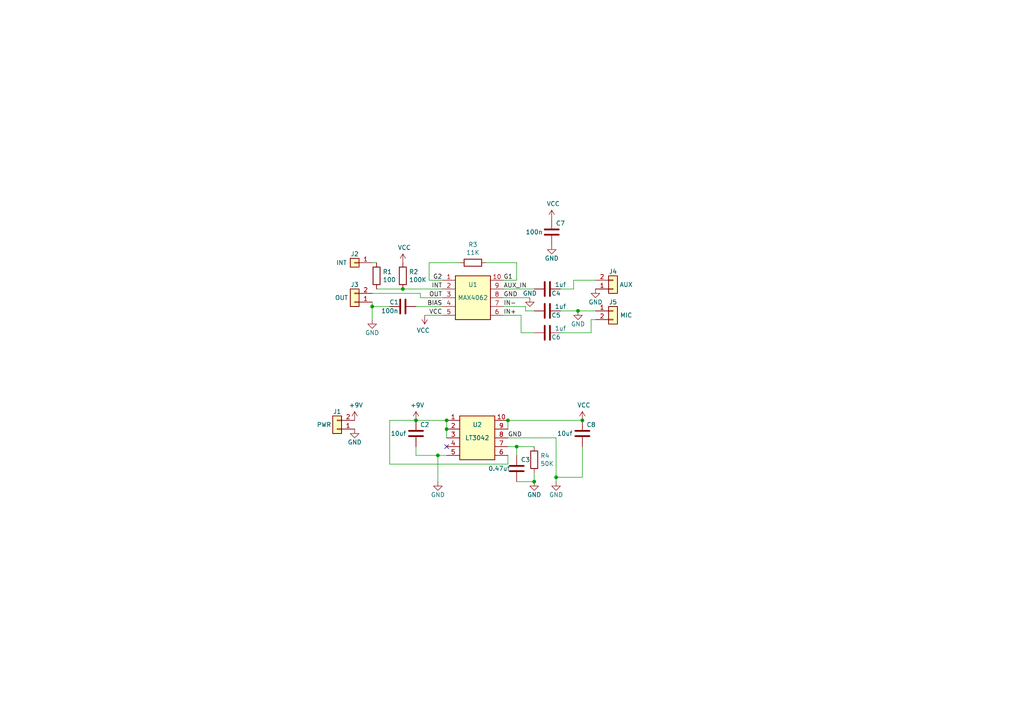
<source format=kicad_sch>
(kicad_sch (version 20230121) (generator eeschema)
  (paper "A4")
  (lib_symbols
    (symbol "Connector_Generic:Conn_01x01" (pin_names (offset 1.016) hide)
      (property "Reference" "J" (at 0 2.54 0))
      (property "Value" "Conn_01x01" (at 0 -2.54 0))
      (symbol "Conn_01x01_1_1"
        (rectangle (start -1.27 0.127) (end 0 -0.127) (stroke (width 0.1524)))
        (rectangle (start -1.27 1.27) (end 1.27 -1.27) (stroke (width 0.254)) (fill (type background)))
        (pin passive line (at -5.08 0 0) (length 3.81) (name "Pin_1") (number "1"))
      )
    )
    (symbol "Connector_Generic:Conn_01x02" (pin_names (offset 1.016) hide)
      (property "Reference" "J" (at 0 2.54 0))
      (property "Value" "Conn_01x02" (at 0 -5.08 0))
      (symbol "Conn_01x02_1_1"
        (rectangle (start -1.27 -2.413) (end 0 -2.667) (stroke (width 0.1524)))
        (rectangle (start -1.27 0.127) (end 0 -0.127) (stroke (width 0.1524)))
        (rectangle (start -1.27 1.27) (end 1.27 -3.81) (stroke (width 0.254)) (fill (type background)))
        (pin passive line (at -5.08 0 0) (length 3.81) (name "Pin_1") (number "1"))
        (pin passive line (at -5.08 -2.54 0) (length 3.81) (name "Pin_2") (number "2"))
      )
    )
    (symbol "Device:C" (pin_numbers hide) (pin_names (offset 0.254))
      (property "Reference" "C" (at 0.635 2.54 0))
      (property "Value" "C" (at 0.635 -2.54 0))
      (symbol "C_0_1"
        (polyline (pts (xy -2.032 -0.762) (xy 2.032 -0.762)) (stroke (width 0.508)))
        (polyline (pts (xy -2.032 0.762) (xy 2.032 0.762)) (stroke (width 0.508)))
      )
      (symbol "C_1_1"
        (pin passive line (at 0 3.81 270) (length 2.794) (name "~") (number "1"))
        (pin passive line (at 0 -3.81 90) (length 2.794) (name "~") (number "2"))
      )
    )
    (symbol "Device:R" (pin_numbers hide) (pin_names (offset 0))
      (property "Reference" "R" (at 2.032 0 90))
      (property "Value" "R" (at 0 0 90))
      (symbol "R_0_1"
        (rectangle (start -1.016 -2.54) (end 1.016 2.54) (stroke (width 0.254)))
      )
      (symbol "R_1_1"
        (pin passive line (at 0 3.81 270) (length 1.27) (name "~") (number "1"))
        (pin passive line (at 0 -3.81 90) (length 1.27) (name "~") (number "2"))
      )
    )
    (symbol "MicPreamp-rescue:IC10-IC_Generic"
      (property "Reference" "U" (at -5.08 7.62 0))
      (property "Value" "IC_Generic:IC10" (at -5.08 -7.62 0))
      (symbol "IC10-IC_Generic_1_1"
        (rectangle (start -5.08 6.35) (end 5.08 -6.35) (stroke (width 0.254)) (fill (type background)))
        (pin passive line (at -8.89 5.08 0) (length 3.81) (name "~") (number "1"))
        (pin passive line (at 8.89 5.08 180) (length 3.81) (name "~") (number "10"))
        (pin passive line (at -8.89 2.54 0) (length 3.81) (name "~") (number "2"))
        (pin passive line (at -8.89 0 0) (length 3.81) (name "~") (number "3"))
        (pin passive line (at -8.89 -2.54 0) (length 3.81) (name "~") (number "4"))
        (pin passive line (at -8.89 -5.08 0) (length 3.81) (name "~") (number "5"))
        (pin passive line (at 8.89 -5.08 180) (length 3.81) (name "~") (number "6"))
        (pin passive line (at 8.89 -2.54 180) (length 3.81) (name "~") (number "7"))
        (pin passive line (at 8.89 0 180) (length 3.81) (name "~") (number "8"))
        (pin passive line (at 8.89 2.54 180) (length 3.81) (name "~") (number "9"))
      )
    )
    (symbol "power:+9V" (power) (pin_names (offset 0))
      (property "Value" "+9V" (at 0 3.556 0))
      (symbol "+9V_0_1"
        (polyline (pts (xy -0.762 1.27) (xy 0 2.54)))
        (polyline (pts (xy 0 0) (xy 0 2.54)))
        (polyline (pts (xy 0 2.54) (xy 0.762 1.27)))
      )
      (symbol "+9V_1_1"
        (pin power_in line (at 0 0 90) (length 0) hide (name "+9V") (number "1"))
      )
    )
    (symbol "power:GND" (power) (pin_names (offset 0))
      (property "Value" "GND" (at 0 -3.81 0))
      (symbol "GND_0_1"
        (polyline (pts (xy 0 0) (xy 0 -1.27) (xy 1.27 -1.27) (xy 0 -2.54) (xy -1.27 -1.27) (xy 0 -1.27)))
      )
      (symbol "GND_1_1"
        (pin power_in line (at 0 0 270) (length 0) hide (name "GND") (number "1"))
      )
    )
    (symbol "power:VCC" (power) (pin_names (offset 0))
      (property "Value" "VCC" (at 0 3.81 0))
      (symbol "VCC_0_1"
        (polyline (pts (xy -0.762 1.27) (xy 0 2.54)))
        (polyline (pts (xy 0 0) (xy 0 2.54)))
        (polyline (pts (xy 0 2.54) (xy 0.762 1.27)))
      )
      (symbol "VCC_1_1"
        (pin power_in line (at 0 0 90) (length 0) hide (name "VCC") (number "1"))
      )
    )
  )
  (junction (at 127 132.08))
  (junction (at 154.94 139.7))
  (junction (at 149.86 129.54))
  (junction (at 107.95 88.9))
  (junction (at 129.54 121.92))
  (junction (at 147.32 121.92))
  (junction (at 161.29 138.43))
  (junction (at 168.91 121.92))
  (junction (at 120.65 121.92))
  (junction (at 167.64 90.17))
  (junction (at 116.84 83.82))
  (junction (at 129.54 124.46))
  (no_connect (at 129.54 129.54))
  (wire (pts (xy 147.32 121.92) (xy 168.91 121.92)))
  (wire (pts (xy 149.86 76.2) (xy 140.97 76.2)))
  (wire (pts (xy 162.56 90.17) (xy 167.64 90.17)))
  (wire (pts (xy 120.65 129.54) (xy 120.65 132.08)))
  (wire (pts (xy 146.05 91.44) (xy 151.13 91.44)))
  (wire (pts (xy 121.92 85.09) (xy 107.95 85.09)))
  (wire (pts (xy 129.54 121.92) (xy 120.65 121.92)))
  (wire (pts (xy 171.45 96.52) (xy 171.45 92.71)))
  (wire (pts (xy 168.91 129.54) (xy 168.91 138.43)))
  (wire (pts (xy 166.37 81.28) (xy 172.72 81.28)))
  (wire (pts (xy 107.95 76.2) (xy 109.22 76.2)))
  (wire (pts (xy 123.19 91.44) (xy 128.27 91.44)))
  (wire (pts (xy 146.05 83.82) (xy 154.94 83.82)))
  (wire (pts (xy 113.03 134.62) (xy 147.32 134.62)))
  (wire (pts (xy 109.22 83.82) (xy 116.84 83.82)))
  (wire (pts (xy 120.65 132.08) (xy 127 132.08)))
  (wire (pts (xy 147.32 124.46) (xy 147.32 121.92)))
  (wire (pts (xy 107.95 88.9) (xy 113.03 88.9)))
  (wire (pts (xy 162.56 83.82) (xy 166.37 83.82)))
  (wire (pts (xy 129.54 124.46) (xy 129.54 127)))
  (wire (pts (xy 161.29 127) (xy 161.29 138.43)))
  (wire (pts (xy 154.94 137.16) (xy 154.94 139.7)))
  (wire (pts (xy 149.86 81.28) (xy 149.86 76.2)))
  (wire (pts (xy 149.86 129.54) (xy 154.94 129.54)))
  (wire (pts (xy 171.45 92.71) (xy 172.72 92.71)))
  (wire (pts (xy 128.27 86.36) (xy 121.92 86.36)))
  (wire (pts (xy 149.86 132.08) (xy 149.86 129.54)))
  (wire (pts (xy 107.95 92.71) (xy 107.95 88.9)))
  (wire (pts (xy 151.13 91.44) (xy 151.13 96.52)))
  (wire (pts (xy 128.27 88.9) (xy 120.65 88.9)))
  (wire (pts (xy 167.64 90.17) (xy 172.72 90.17)))
  (wire (pts (xy 129.54 124.46) (xy 129.54 121.92)))
  (wire (pts (xy 152.4 90.17) (xy 154.94 90.17)))
  (wire (pts (xy 161.29 138.43) (xy 161.29 139.7)))
  (wire (pts (xy 146.05 88.9) (xy 152.4 88.9)))
  (wire (pts (xy 127 132.08) (xy 129.54 132.08)))
  (wire (pts (xy 128.27 83.82) (xy 116.84 83.82)))
  (wire (pts (xy 107.95 87.63) (xy 107.95 88.9)))
  (wire (pts (xy 124.46 81.28) (xy 124.46 76.2)))
  (wire (pts (xy 146.05 86.36) (xy 153.67 86.36)))
  (wire (pts (xy 147.32 127) (xy 161.29 127)))
  (wire (pts (xy 121.92 86.36) (xy 121.92 85.09)))
  (wire (pts (xy 168.91 138.43) (xy 161.29 138.43)))
  (wire (pts (xy 120.65 121.92) (xy 113.03 121.92)))
  (wire (pts (xy 149.86 139.7) (xy 154.94 139.7)))
  (wire (pts (xy 147.32 134.62) (xy 147.32 132.08)))
  (wire (pts (xy 152.4 88.9) (xy 152.4 90.17)))
  (wire (pts (xy 128.27 81.28) (xy 124.46 81.28)))
  (wire (pts (xy 146.05 81.28) (xy 149.86 81.28)))
  (wire (pts (xy 166.37 83.82) (xy 166.37 81.28)))
  (wire (pts (xy 124.46 76.2) (xy 133.35 76.2)))
  (wire (pts (xy 162.56 96.52) (xy 171.45 96.52)))
  (wire (pts (xy 151.13 96.52) (xy 154.94 96.52)))
  (wire (pts (xy 113.03 121.92) (xy 113.03 134.62)))
  (wire (pts (xy 147.32 129.54) (xy 149.86 129.54)))
  (wire (pts (xy 127 139.7) (xy 127 132.08)))
  (label "BIAS" (at 128.27 88.9 180))
  (label "GND" (at 146.05 86.36 0))
  (label "AUX_IN" (at 146.05 83.82 0))
  (label "IN-" (at 146.05 88.9 0))
  (label "G2" (at 128.27 81.28 180))
  (label "VCC" (at 128.27 91.44 180))
  (label "GND" (at 147.32 127 0))
  (label "OUT" (at 128.27 86.36 180))
  (label "G1" (at 146.05 81.28 0))
  (label "INT" (at 128.27 83.82 180))
  (label "IN+" (at 146.05 91.44 0))
  (symbol (lib_id "MicPreamp-rescue:IC10-IC_Generic") (at 137.16 86.36 0) (unit 1)
    (property "Reference" "U1" (at 137.16 82.55 0))
    (property "Value" "MAX4062" (at 137.16 86.36 0))
    (property "Footprint" "Housings_SSOP:TSSOP-10_3x3mm_Pitch0.5mm" (effects hide))
  )
  (symbol (lib_id "Device:R") (at 137.16 76.2 270) (unit 1)
    (property "Reference" "R3" (at 137.16 70.9422 90))
    (property "Value" "11K" (at 137.16 73.2536 90))
    (property "Footprint" "Resistors_SMD:R_0603" (effects hide))
  )
  (symbol (lib_id "Device:C") (at 158.75 96.52 270) (unit 1)
    (property "Reference" "C6" (at 161.29 97.79 90))
    (property "Value" "1uf" (at 162.56 95.25 90))
    (property "Footprint" "Capacitors_SMD:C_0603" (effects hide))
  )
  (symbol (lib_id "Device:C") (at 158.75 90.17 270) (unit 1)
    (property "Reference" "C5" (at 161.29 91.44 90))
    (property "Value" "1uf" (at 162.56 88.9 90))
    (property "Footprint" "Capacitors_SMD:C_0603" (effects hide))
  )
  (symbol (lib_id "Device:C") (at 158.75 83.82 270) (unit 1)
    (property "Reference" "C4" (at 161.29 85.09 90))
    (property "Value" "1uf" (at 162.56 82.55 90))
    (property "Footprint" "Capacitors_SMD:C_0603" (effects hide))
  )
  (symbol (lib_id "Device:C") (at 160.02 67.31 0) (unit 1)
    (property "Reference" "C7" (at 162.56 64.77 0))
    (property "Value" "100n" (at 154.94 67.31 0))
    (property "Footprint" "Capacitors_SMD:C_0603" (effects hide))
  )
  (symbol (lib_id "power:GND") (at 153.67 86.36 0) (unit 1)
    (property "Reference" "#PWR0101" (effects hide))
    (property "Value" "GND" (at 153.67 85.09 0))
  )
  (symbol (lib_id "Device:C") (at 116.84 88.9 90) (unit 1)
    (property "Reference" "C1" (at 114.3 87.63 90))
    (property "Value" "100n" (at 113.03 90.17 90))
    (property "Footprint" "Capacitors_SMD:C_0603" (effects hide))
  )
  (symbol (lib_id "power:VCC") (at 123.19 91.44 180) (unit 1)
    (property "Reference" "#PWR0102" (effects hide))
    (property "Value" "VCC" (at 122.7328 95.8342 0))
  )
  (symbol (lib_id "Device:R") (at 116.84 80.01 180) (unit 1)
    (property "Reference" "R2" (at 118.618 78.8416 0) (effects (justify right)))
    (property "Value" "100K" (at 118.618 81.153 0) (effects (justify right)))
    (property "Footprint" "Resistors_SMD:R_0603" (effects hide))
  )
  (symbol (lib_id "power:VCC") (at 116.84 76.2 0) (unit 1)
    (property "Reference" "#PWR0103" (effects hide))
    (property "Value" "VCC" (at 117.2718 71.8058 0))
  )
  (symbol (lib_id "power:GND") (at 107.95 92.71 0) (unit 1)
    (property "Reference" "#PWR0104" (effects hide))
    (property "Value" "GND" (at 107.95 96.52 0))
  )
  (symbol (lib_id "Connector_Generic:Conn_01x02") (at 102.87 87.63 180) (unit 1)
    (property "Reference" "J3" (at 102.87 82.55 0))
    (property "Value" "OUT" (at 99.06 86.36 0))
    (property "Footprint" "KiCadCustomLibs:Conn_1x02_2.54mm" (effects hide))
  )
  (symbol (lib_id "power:GND") (at 160.02 71.12 0) (unit 1)
    (property "Reference" "#PWR0105" (effects hide))
    (property "Value" "GND" (at 160.02 74.93 0))
  )
  (symbol (lib_id "power:VCC") (at 160.02 63.5 0) (unit 1)
    (property "Reference" "#PWR0106" (effects hide))
    (property "Value" "VCC" (at 160.4518 59.1058 0))
  )
  (symbol (lib_id "Connector_Generic:Conn_01x02") (at 177.8 83.82 0) (mirror x) (unit 1)
    (property "Reference" "J4" (at 177.8 78.74 0))
    (property "Value" "AUX" (at 181.61 82.55 0))
    (property "Footprint" "KiCadCustomLibs:Conn_1x02_2.54mm" (effects hide))
  )
  (symbol (lib_id "Connector_Generic:Conn_01x02") (at 177.8 90.17 0) (unit 1)
    (property "Reference" "J5" (at 177.8 87.63 0))
    (property "Value" "MIC" (at 181.61 91.44 0))
    (property "Footprint" "KiCadCustomLibs:Conn_1x02_2.54mm" (effects hide))
  )
  (symbol (lib_id "power:GND") (at 172.72 83.82 0) (unit 1)
    (property "Reference" "#PWR0107" (effects hide))
    (property "Value" "GND" (at 172.72 87.63 0))
  )
  (symbol (lib_id "power:GND") (at 167.64 90.17 0) (unit 1)
    (property "Reference" "#PWR0108" (effects hide))
    (property "Value" "GND" (at 167.64 93.98 0))
  )
  (symbol (lib_id "Connector_Generic:Conn_01x02") (at 97.79 124.46 180) (unit 1)
    (property "Reference" "J1" (at 97.79 119.38 0))
    (property "Value" "PWR" (at 93.98 123.19 0))
    (property "Footprint" "KiCadCustomLibs:Conn_1x02_2.54mm" (effects hide))
  )
  (symbol (lib_id "power:GND") (at 102.87 124.46 0) (unit 1)
    (property "Reference" "#PWR0109" (effects hide))
    (property "Value" "GND" (at 102.87 128.27 0))
  )
  (symbol (lib_id "Connector_Generic:Conn_01x01") (at 102.87 76.2 180) (unit 1)
    (property "Reference" "J2" (at 102.87 73.66 0))
    (property "Value" "INT" (at 99.06 76.2 0))
    (property "Footprint" "KiCadCustomLibs:Conn_1x01_2.54mm" (effects hide))
  )
  (symbol (lib_id "Device:R") (at 109.22 80.01 180) (unit 1)
    (property "Reference" "R1" (at 110.998 78.8416 0) (effects (justify right)))
    (property "Value" "100" (at 110.998 81.153 0) (effects (justify right)))
    (property "Footprint" "Resistors_SMD:R_0603" (effects hide))
  )
  (symbol (lib_id "MicPreamp-rescue:IC10-IC_Generic") (at 138.43 127 0) (unit 1)
    (property "Reference" "U2" (at 138.43 123.19 0))
    (property "Value" "LT3042" (at 138.43 127 0))
    (property "Footprint" "Housings_SSOP:MSOP-10-1EP_3x3mm_Pitch0.5mm" (effects hide))
  )
  (symbol (lib_id "Device:R") (at 154.94 133.35 180) (unit 1)
    (property "Reference" "R4" (at 156.718 132.1816 0) (effects (justify right)))
    (property "Value" "50K" (at 156.718 134.493 0) (effects (justify right)))
    (property "Footprint" "Resistors_SMD:R_0603" (effects hide))
  )
  (symbol (lib_id "power:GND") (at 154.94 139.7 0) (unit 1)
    (property "Reference" "#PWR0110" (effects hide))
    (property "Value" "GND" (at 154.94 143.51 0))
  )
  (symbol (lib_id "power:GND") (at 161.29 139.7 0) (unit 1)
    (property "Reference" "#PWR0111" (effects hide))
    (property "Value" "GND" (at 161.29 143.51 0))
  )
  (symbol (lib_id "power:GND") (at 127 139.7 0) (unit 1)
    (property "Reference" "#PWR0112" (effects hide))
    (property "Value" "GND" (at 127 143.51 0))
  )
  (symbol (lib_id "Device:C") (at 120.65 125.73 0) (unit 1)
    (property "Reference" "C2" (at 123.19 123.19 0))
    (property "Value" "10uf" (at 115.57 125.73 0))
    (property "Footprint" "Capacitors_SMD:C_0603" (effects hide))
  )
  (symbol (lib_id "power:+9V") (at 120.65 121.92 0) (unit 1)
    (property "Reference" "#PWR0113" (effects hide))
    (property "Value" "+9V" (at 121.031 117.5258 0))
  )
  (symbol (lib_id "power:VCC") (at 168.91 121.92 0) (unit 1)
    (property "Reference" "#PWR0114" (effects hide))
    (property "Value" "VCC" (at 169.3418 117.5258 0))
  )
  (symbol (lib_id "power:+9V") (at 102.87 121.92 0) (unit 1)
    (property "Reference" "#PWR0115" (effects hide))
    (property "Value" "+9V" (at 103.251 117.5258 0))
  )
  (symbol (lib_id "Device:C") (at 168.91 125.73 0) (unit 1)
    (property "Reference" "C8" (at 171.45 123.19 0))
    (property "Value" "10uf" (at 163.83 125.73 0))
    (property "Footprint" "Capacitors_SMD:C_0603" (effects hide))
  )
  (symbol (lib_id "Device:C") (at 149.86 135.89 0) (unit 1)
    (property "Reference" "C3" (at 152.4 133.35 0))
    (property "Value" "0.47uf" (at 144.78 135.89 0))
    (property "Footprint" "Capacitors_SMD:C_0603" (effects hide))
  )
)
</source>
